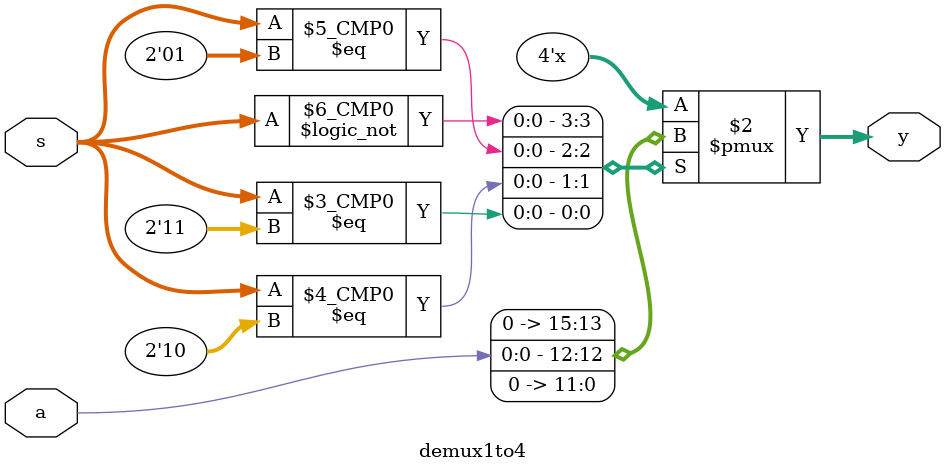
<source format=sv>

module demux1to4(a,s,y);
input a;
input [1:0]s;
output reg [3:0]y;
always@(a,s)
begin
	case(s)
		2'b00:y={0,0,0,a};
		2'b01:y={0,0,a,0};
		2'b10:y={0,a,0,0};
		2'b11:y={a,0,0,0};
		default:y=0;
	endcase
end
endmodule

</source>
